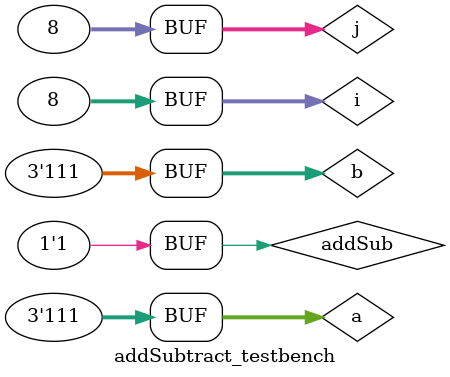
<source format=sv>
`timescale 1ns/10ps

module addSubtract #(parameter WIDTH = 64) (sum, a, b, addSub);
		output logic [WIDTH-1:0] sum;
		input logic [WIDTH-1:0] a, b;
		input logic addSub;
		logic [WIDTH-1:0] cout, cin, nb, bMux;
		
		parameter delay = 0.05;
		
		not #delay (nb[0], b[0]);
		mux2_1 m0 (.out(bMux[0]), .in({nb[0],b[0]}), .sel(addSub));
		fullAdder fA0 (.sum(sum[0]), .cout(cout[0]), .a(a[0]), .b(bMux[0]), .cin(addSub));
		
		genvar i;
		
		generate
			for(i=1; i< WIDTH; i++) begin : eachBit
				not #delay (nb[i], b[i]);
				mux2_1 m (.out(bMux[i]), .in({nb[i],b[i]}), .sel(addSub));
				fullAdder fA (.sum(sum[i]), .cout(cout[i]), .a(a[i]), .b(bMux[i]), .cin(cout[i-1]));
			end
		endgenerate
		
endmodule

module addSubtract_testbench ();
		parameter WIDTH = 3;
		
		logic [WIDTH-1:0] sum, a, b;
		logic finalCout, addSub;
		
		addSubtract #(.WIDTH(WIDTH)) dut (.sum, .a, .b, .addSub);
		
		integer i, j;
		
		initial begin
				for (i=0; i<2**WIDTH; i++) begin
					for (j=0; j<2**WIDTH; j++) begin
						a[WIDTH-1:0] = i; b[WIDTH-1:0] = j; addSub = 0;	#10;
					end
				end
				
				for (i=0; i<2**WIDTH; i++) begin
					for (j=0; j<2**WIDTH; j++) begin
						a[WIDTH-1:0] = i; b[WIDTH-1:0] = j; addSub = 1;	#10;
					end
				end
		end
endmodule
</source>
